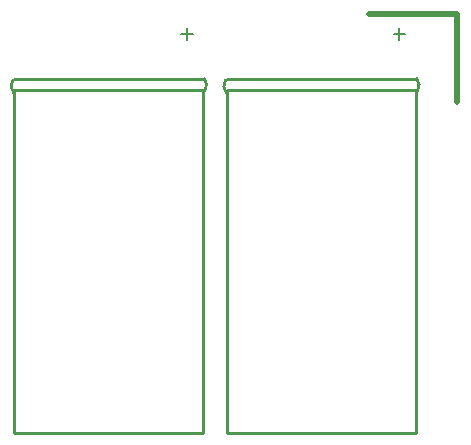
<source format=gbo>
G04 Layer_Color=13813960*
%FSAX44Y44*%
%MOMM*%
G71*
G01*
G75*
%ADD24C,0.2540*%
%ADD32C,0.2000*%
%ADD56C,0.5000*%
D24*
X00773260Y00848180D02*
G03*
X00773947Y00837909I00007686J-00004644D01*
G01*
X00935820Y00839290D02*
G03*
X00935524Y00849647I-00007480J00004969D01*
G01*
X00593260Y00848180D02*
G03*
X00593947Y00837909I00007686J-00004644D01*
G01*
X00755820Y00839290D02*
G03*
X00755524Y00849647I-00007480J00004969D01*
G01*
X00774540Y00839770D02*
X00934540D01*
Y00549770D02*
Y00839770D01*
X00774540Y00549770D02*
Y00839770D01*
Y00549770D02*
X00934540D01*
X00774540Y00849770D02*
X00934540D01*
X00594540Y00839770D02*
X00754540D01*
Y00549770D02*
Y00839770D01*
X00594540Y00549770D02*
Y00839770D01*
Y00549770D02*
X00754540D01*
X00594540Y00849770D02*
X00754540D01*
D32*
X00925660Y00887428D02*
X00915663D01*
X00920662Y00892426D02*
Y00882429D01*
X00745660Y00887428D02*
X00735663D01*
X00740662Y00892426D02*
Y00882429D01*
D56*
X00969540Y00829770D02*
Y00904770D01*
X00894540D02*
X00969540D01*
M02*

</source>
